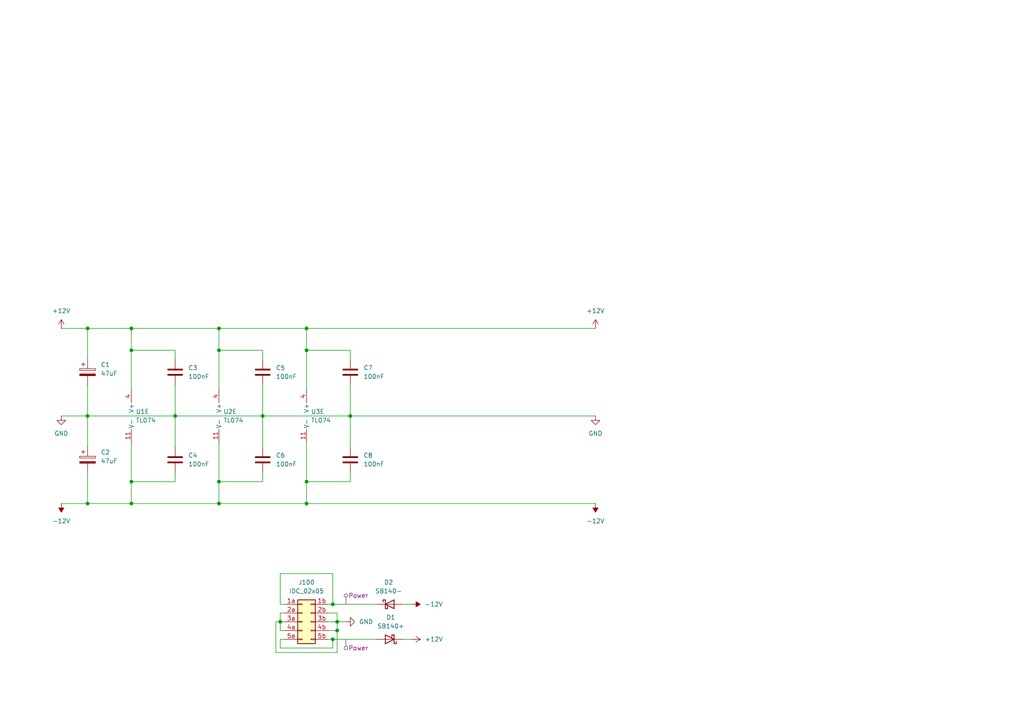
<source format=kicad_sch>
(kicad_sch (version 20250114) (generator "eeschema") (generator_version "9.0")
  (paper "A4")
  (title_block (title "Power Distribution") (company "DMH Instruments") (comment 1 "PCB for 5 cm Kosmo format synthesizer module"))
  (lib_symbols
    (symbol "Amplifier_Operational:TL074" (pin_names (offset 0.127))
      (property "Reference" "U" (at 0 5.08 0))
      (property "Value" "TL074" (at 0 -5.08 0))
      (symbol "TL074_1_1"
        (polyline (pts (xy -5.08 5.08) (xy 5.08 0) (xy -5.08 -5.08) (xy -5.08 5.08)) (stroke (width 0.254)) (fill (type background)))
        (pin input line (at -7.62 2.54 0) (length 2.54) (name "+") (number "3"))
        (pin input line (at -7.62 -2.54 0) (length 2.54) (name "-") (number "2"))
        (pin output line (at 7.62 0 180) (length 2.54) (name "~") (number "1"))
      )
      (symbol "TL074_2_1"
        (polyline (pts (xy -5.08 5.08) (xy 5.08 0) (xy -5.08 -5.08) (xy -5.08 5.08)) (stroke (width 0.254)) (fill (type background)))
        (pin input line (at -7.62 2.54 0) (length 2.54) (name "+") (number "5"))
        (pin input line (at -7.62 -2.54 0) (length 2.54) (name "-") (number "6"))
        (pin output line (at 7.62 0 180) (length 2.54) (name "~") (number "7"))
      )
      (symbol "TL074_3_1"
        (polyline (pts (xy -5.08 5.08) (xy 5.08 0) (xy -5.08 -5.08) (xy -5.08 5.08)) (stroke (width 0.254)) (fill (type background)))
        (pin input line (at -7.62 2.54 0) (length 2.54) (name "+") (number "10"))
        (pin input line (at -7.62 -2.54 0) (length 2.54) (name "-") (number "9"))
        (pin output line (at 7.62 0 180) (length 2.54) (name "~") (number "8"))
      )
      (symbol "TL074_4_1"
        (polyline (pts (xy -5.08 5.08) (xy 5.08 0) (xy -5.08 -5.08) (xy -5.08 5.08)) (stroke (width 0.254)) (fill (type background)))
        (pin input line (at -7.62 2.54 0) (length 2.54) (name "+") (number "12"))
        (pin input line (at -7.62 -2.54 0) (length 2.54) (name "-") (number "13"))
        (pin output line (at 7.62 0 180) (length 2.54) (name "~") (number "14"))
      )
      (symbol "TL074_5_1"
        (pin power_in line (at -2.54 7.62 270) (length 3.81) (name "V+") (number "4"))
        (pin power_in line (at -2.54 -7.62 90) (length 3.81) (name "V-") (number "11"))
      )
    )
    (symbol "Device:C" (pin_numbers (hide yes)) (pin_names (offset 0.254))
      (property "Reference" "C" (at 0.635 2.54 0))
      (property "Value" "C" (at 0.635 -2.54 0))
      (symbol "C_0_1"
        (polyline (pts (xy -2.032 0.762) (xy 2.032 0.762)) (stroke (width 0.508)))
        (polyline (pts (xy -2.032 -0.762) (xy 2.032 -0.762)) (stroke (width 0.508)))
      )
      (symbol "C_1_1"
        (pin passive line (at 0 3.81 270) (length 2.794) (name "~") (number "1"))
        (pin passive line (at 0 -3.81 90) (length 2.794) (name "~") (number "2"))
      )
    )
    (symbol "Device:C_Polarized" (pin_numbers (hide yes)) (pin_names (offset 0.254))
      (property "Reference" "C" (at 0.635 2.54 0))
      (property "Value" "C_Polarized" (at 0.635 -2.54 0))
      (symbol "C_Polarized_0_1"
        (rectangle (start -2.286 0.508) (end 2.286 1.016))
        (polyline (pts (xy -1.778 2.286) (xy -0.762 2.286)))
        (polyline (pts (xy -1.27 2.794) (xy -1.27 1.778)))
        (rectangle (start 2.286 -0.508) (end -2.286 -1.016) (fill (type outline)))
      )
      (symbol "C_Polarized_1_1"
        (pin passive line (at 0 3.81 270) (length 2.794) (name "~") (number "1"))
        (pin passive line (at 0 -3.81 90) (length 2.794) (name "~") (number "2"))
      )
    )
    (symbol "SynthStuff:Eurorack_Power_Connector_10Pin" (pin_names (offset 1.016) (hide yes))
      (property "Reference" "J" (at 0 -10.922 0))
      (property "Value" "IDC_02x05" (at 0 -8.382 0))
      (symbol "Eurorack_Power_Connector_10Pin_1_1"
        (rectangle (start -2.54 6.35) (end 2.54 -6.35) (stroke (width 0.254)) (fill (type background)))
        (rectangle (start -2.54 5.207) (end -1.27 4.953) (stroke (width 0.1524)))
        (rectangle (start -2.54 2.667) (end -1.27 2.413) (stroke (width 0.1524)))
        (rectangle (start -2.54 0.127) (end -1.27 -0.127) (stroke (width 0.1524)))
        (rectangle (start -2.54 -2.413) (end -1.27 -2.667) (stroke (width 0.1524)))
        (rectangle (start -2.54 -4.953) (end -1.27 -5.207) (stroke (width 0.1524)))
        (rectangle (start 2.54 5.207) (end 1.27 4.953) (stroke (width 0.1524)))
        (rectangle (start 2.54 2.667) (end 1.27 2.413) (stroke (width 0.1524)))
        (rectangle (start 2.54 0.127) (end 1.27 -0.127) (stroke (width 0.1524)))
        (rectangle (start 2.54 -2.413) (end 1.27 -2.667) (stroke (width 0.1524)))
        (rectangle (start 2.54 -4.953) (end 1.27 -5.207) (stroke (width 0.1524)))
        (pin power_out line (at -6.35 5.08 0) (length 3.81) (name "Pin_1a") (number "1a"))
        (pin power_out line (at -6.35 2.54 0) (length 3.81) (name "Pin_2a") (number "2a"))
        (pin passive line (at -6.35 0 0) (length 3.81) (name "Pin_3a") (number "3a"))
        (pin passive line (at -6.35 -2.54 0) (length 3.81) (name "Pin_4a") (number "4a"))
        (pin power_out line (at -6.35 -5.08 0) (length 3.81) (name "Pin_5a") (number "5a"))
        (pin passive line (at 6.35 5.08 180) (length 3.81) (name "Pin_1b") (number "1b"))
        (pin passive line (at 6.35 2.54 180) (length 3.81) (name "Pin_2b") (number "2b"))
        (pin passive line (at 6.35 0 180) (length 3.81) (name "Pin_3b") (number "3b"))
        (pin passive line (at 6.35 -2.54 180) (length 3.81) (name "Pin_4b") (number "4b"))
        (pin passive line (at 6.35 -5.08 180) (length 3.81) (name "Pin_5b") (number "5b"))
      )
    )
    (symbol "SynthStuff:Power_Bus_Schotty_+" (pin_numbers (hide yes)) (pin_names (offset 1.016) (hide yes))
      (property "Reference" "D" (at 0 2.54 0))
      (property "Value" "SB140+" (at 0 -2.54 0))
      (symbol "Power_Bus_Schotty_+_0_1"
        (polyline (pts (xy -1.905 0.635) (xy -1.905 1.27) (xy -1.27 1.27) (xy -1.27 -1.27) (xy -0.635 -1.27) (xy -0.635 -0.635)) (stroke (width 0.254)))
        (polyline (pts (xy 1.27 1.27) (xy 1.27 -1.27) (xy -1.27 0) (xy 1.27 1.27)) (stroke (width 0.254)))
        (polyline (pts (xy 1.27 0) (xy -1.27 0)))
      )
      (symbol "Power_Bus_Schotty_+_1_1"
        (pin power_out line (at -3.81 0 0) (length 2.54) (name "K") (number "1"))
        (pin power_in line (at 3.81 0 180) (length 2.54) (name "A") (number "2"))
      )
    )
    (symbol "SynthStuff:Power_Bus_Schotty_-" (pin_numbers (hide yes)) (pin_names (offset 1.016) (hide yes))
      (property "Reference" "D" (at 0 2.54 0))
      (property "Value" "SB140-" (at 0 -2.54 0))
      (symbol "Power_Bus_Schotty_-_0_1"
        (polyline (pts (xy -1.905 0.635) (xy -1.905 1.27) (xy -1.27 1.27) (xy -1.27 -1.27) (xy -0.635 -1.27) (xy -0.635 -0.635)) (stroke (width 0.254)))
        (polyline (pts (xy 1.27 1.27) (xy 1.27 -1.27) (xy -1.27 0) (xy 1.27 1.27)) (stroke (width 0.254)))
        (polyline (pts (xy 1.27 0) (xy -1.27 0)))
      )
      (symbol "Power_Bus_Schotty_-_1_1"
        (pin power_in line (at -3.81 0 0) (length 2.54) (name "K") (number "1"))
        (pin power_out line (at 3.81 0 180) (length 2.54) (name "A") (number "2"))
      )
    )
    (symbol "power:+12V" (power) (pin_numbers (hide yes)) (pin_names (offset 0) (hide yes))
      (property "Value" "+12V" (at 0 3.556 0))
      (symbol "+12V_0_1"
        (polyline (pts (xy -0.762 1.27) (xy 0 2.54)))
        (polyline (pts (xy 0 2.54) (xy 0.762 1.27)))
        (polyline (pts (xy 0 0) (xy 0 2.54)))
      )
      (symbol "+12V_1_1"
        (pin power_in line (at 0 0 90) (length 0) (name "~") (number "1"))
      )
    )
    (symbol "power:-12V" (power) (pin_numbers (hide yes)) (pin_names (offset 0) (hide yes))
      (property "Value" "-12V" (at 0 3.556 0))
      (symbol "-12V_0_0"
        (pin power_in line (at 0 0 90) (length 0) (name "~") (number "1"))
      )
      (symbol "-12V_0_1"
        (polyline (pts (xy 0 0) (xy 0 1.27) (xy 0.762 1.27) (xy 0 2.54) (xy -0.762 1.27) (xy 0 1.27)) (fill (type outline)))
      )
    )
    (symbol "power:GND" (power) (pin_numbers (hide yes)) (pin_names (offset 0) (hide yes))
      (property "Value" "GND" (at 0 -3.81 0))
      (symbol "GND_0_1"
        (polyline (pts (xy 0 0) (xy 0 -1.27) (xy 1.27 -1.27) (xy 0 -2.54) (xy -1.27 -1.27) (xy 0 -1.27)))
      )
      (symbol "GND_1_1"
        (pin power_in line (at 0 0 270) (length 0) (name "~") (number "1"))
      )
    )
  )
  (junction (at 88.9 101.6))
  (junction (at 81.28 180.34))
  (junction (at 63.5 146.05))
  (junction (at 97.79 180.34))
  (junction (at 88.9 139.7))
  (junction (at 88.9 146.05))
  (junction (at 88.9 95.25))
  (junction (at 25.4 120.65))
  (junction (at 38.1 95.25))
  (junction (at 38.1 139.7))
  (junction (at 96.52 175.26))
  (junction (at 76.2 120.65))
  (junction (at 97.79 182.88))
  (junction (at 25.4 146.05))
  (junction (at 38.1 101.6))
  (junction (at 96.52 185.42))
  (junction (at 50.8 120.65))
  (junction (at 63.5 101.6))
  (junction (at 101.6 120.65))
  (junction (at 25.4 95.25))
  (junction (at 63.5 95.25))
  (junction (at 38.1 146.05))
  (junction (at 63.5 139.7))
  (wire (pts (xy 96.52 175.26) (xy 109.22 175.26)))
  (wire (pts (xy 81.28 166.37) (xy 96.52 166.37)))
  (wire (pts (xy 76.2 111.76) (xy 76.2 120.65)))
  (wire (pts (xy 88.9 128.27) (xy 88.9 139.7)))
  (wire (pts (xy 38.1 101.6) (xy 38.1 113.03)))
  (wire (pts (xy 81.28 180.34) (xy 80.01 180.34)))
  (wire (pts (xy 63.5 101.6) (xy 63.5 113.03)))
  (wire (pts (xy 38.1 95.25) (xy 38.1 101.6)))
  (wire (pts (xy 50.8 137.16) (xy 50.8 139.7)))
  (wire (pts (xy 95.25 185.42) (xy 96.52 185.42)))
  (wire (pts (xy 17.78 120.65) (xy 25.4 120.65)))
  (wire (pts (xy 101.6 120.65) (xy 172.72 120.65)))
  (wire (pts (xy 81.28 177.8) (xy 82.55 177.8)))
  (wire (pts (xy 95.25 180.34) (xy 97.79 180.34)))
  (wire (pts (xy 97.79 189.23) (xy 97.79 182.88)))
  (wire (pts (xy 116.84 185.42) (xy 119.38 185.42)))
  (wire (pts (xy 25.4 146.05) (xy 38.1 146.05)))
  (wire (pts (xy 101.6 111.76) (xy 101.6 120.65)))
  (wire (pts (xy 82.55 182.88) (xy 81.28 182.88)))
  (wire (pts (xy 81.28 175.26) (xy 81.28 166.37)))
  (wire (pts (xy 25.4 95.25) (xy 25.4 104.14)))
  (wire (pts (xy 50.8 139.7) (xy 38.1 139.7)))
  (wire (pts (xy 76.2 120.65) (xy 101.6 120.65)))
  (wire (pts (xy 50.8 120.65) (xy 76.2 120.65)))
  (wire (pts (xy 96.52 166.37) (xy 96.52 175.26)))
  (wire (pts (xy 88.9 146.05) (xy 172.72 146.05)))
  (wire (pts (xy 17.78 95.25) (xy 25.4 95.25)))
  (wire (pts (xy 76.2 139.7) (xy 63.5 139.7)))
  (wire (pts (xy 25.4 95.25) (xy 38.1 95.25)))
  (wire (pts (xy 81.28 182.88) (xy 81.28 180.34)))
  (wire (pts (xy 63.5 146.05) (xy 88.9 146.05)))
  (wire (pts (xy 82.55 175.26) (xy 81.28 175.26)))
  (wire (pts (xy 97.79 177.8) (xy 97.79 180.34)))
  (wire (pts (xy 101.6 139.7) (xy 88.9 139.7)))
  (wire (pts (xy 25.4 111.76) (xy 25.4 120.65)))
  (wire (pts (xy 50.8 104.14) (xy 50.8 101.6)))
  (wire (pts (xy 88.9 101.6) (xy 101.6 101.6)))
  (wire (pts (xy 82.55 185.42) (xy 81.28 185.42)))
  (wire (pts (xy 116.84 175.26) (xy 119.38 175.26)))
  (wire (pts (xy 38.1 146.05) (xy 63.5 146.05)))
  (wire (pts (xy 25.4 120.65) (xy 25.4 129.54)))
  (wire (pts (xy 63.5 95.25) (xy 63.5 101.6)))
  (wire (pts (xy 81.28 185.42) (xy 81.28 187.96)))
  (wire (pts (xy 95.25 182.88) (xy 97.79 182.88)))
  (wire (pts (xy 95.25 177.8) (xy 97.79 177.8)))
  (wire (pts (xy 101.6 120.65) (xy 101.6 129.54)))
  (wire (pts (xy 88.9 95.25) (xy 172.72 95.25)))
  (wire (pts (xy 81.28 180.34) (xy 82.55 180.34)))
  (wire (pts (xy 101.6 137.16) (xy 101.6 139.7)))
  (wire (pts (xy 81.28 187.96) (xy 96.52 187.96)))
  (wire (pts (xy 97.79 180.34) (xy 100.33 180.34)))
  (wire (pts (xy 38.1 128.27) (xy 38.1 139.7)))
  (wire (pts (xy 50.8 111.76) (xy 50.8 120.65)))
  (wire (pts (xy 88.9 95.25) (xy 88.9 101.6)))
  (wire (pts (xy 101.6 104.14) (xy 101.6 101.6)))
  (wire (pts (xy 63.5 95.25) (xy 88.9 95.25)))
  (wire (pts (xy 88.9 139.7) (xy 88.9 146.05)))
  (wire (pts (xy 80.01 189.23) (xy 97.79 189.23)))
  (wire (pts (xy 76.2 120.65) (xy 76.2 129.54)))
  (wire (pts (xy 38.1 95.25) (xy 63.5 95.25)))
  (wire (pts (xy 63.5 128.27) (xy 63.5 139.7)))
  (wire (pts (xy 80.01 180.34) (xy 80.01 189.23)))
  (wire (pts (xy 25.4 137.16) (xy 25.4 146.05)))
  (wire (pts (xy 38.1 101.6) (xy 50.8 101.6)))
  (wire (pts (xy 96.52 187.96) (xy 96.52 185.42)))
  (wire (pts (xy 76.2 104.14) (xy 76.2 101.6)))
  (wire (pts (xy 97.79 182.88) (xy 97.79 180.34)))
  (wire (pts (xy 88.9 101.6) (xy 88.9 113.03)))
  (wire (pts (xy 63.5 101.6) (xy 76.2 101.6)))
  (wire (pts (xy 17.78 146.05) (xy 25.4 146.05)))
  (wire (pts (xy 81.28 180.34) (xy 81.28 177.8)))
  (wire (pts (xy 95.25 175.26) (xy 96.52 175.26)))
  (wire (pts (xy 63.5 139.7) (xy 63.5 146.05)))
  (wire (pts (xy 38.1 139.7) (xy 38.1 146.05)))
  (wire (pts (xy 96.52 185.42) (xy 109.22 185.42)))
  (wire (pts (xy 76.2 137.16) (xy 76.2 139.7)))
  (wire (pts (xy 50.8 120.65) (xy 50.8 129.54)))
  (wire (pts (xy 25.4 120.65) (xy 50.8 120.65)))
  (netclass_flag "" (length 2.54) (shape round) (at 100.33 185.42 180) (property "Netclass" "Power" (at 101.0285 187.96 0) (effects (justify left))))
  (netclass_flag "" (length 2.54) (shape round) (at 100.33 175.26 0) (property "Netclass" "Power" (at 101.0285 172.72 0) (effects (justify left))))
  (symbol (lib_id "Device:C") (at 50.8 107.95 0) (unit 1)
    (property "Reference" "C3" (at 54.61 106.6799 0) (effects (justify left)))
    (property "Value" "100nF" (at 54.61 109.2199 0) (effects (justify left)))
    (property "Footprint" "Capacitor_THT:C_Disc_D4.3mm_W1.9mm_P5.00mm" (effects (hide yes)))
    (property "Description" "Unpolarized capacitor" (effects (hide yes)))
  )
  (symbol (lib_id "Amplifier_Operational:TL074") (at 66.04 120.65 0) (unit 5)
    (property "Reference" "U2" (at 64.77 119.3799 0) (effects (justify left)))
    (property "Value" "TL074" (at 64.77 121.9199 0) (effects (justify left)))
    (property "Footprint" "Package_DIP:DIP-14_W7.62mm_Socket" (effects (hide yes)))
    (property "Datasheet" "http://www.ti.com/lit/ds/symlink/tl071.pdf" (effects (hide yes)))
    (property "Description" "Quad Low-Noise JFET-Input Operational Amplifiers, DIP-14/SOIC-14" (effects (hide yes)))
  )
  (symbol (lib_id "Device:C_Polarized") (at 25.4 133.35 0) (unit 1)
    (property "Reference" "C2" (at 29.21 131.1909 0) (effects (justify left)))
    (property "Value" "47uF" (at 29.21 133.7309 0) (effects (justify left)))
    (property "Footprint" "Capacitor_THT:CP_Radial_D5.0mm_P2.00mm" (effects (hide yes)))
    (property "Description" "Polarized capacitor" (effects (hide yes)))
  )
  (symbol (lib_id "power:+12V") (at 17.78 95.25 0) (unit 1)
    (property "Reference" "#PWR013" (effects (hide yes)))
    (property "Value" "+12V" (at 17.78 90.17 0))
    (property "Description" "Power symbol creates a global label with name \"+12V\"" (effects (hide yes)))
  )
  (symbol (lib_id "power:-12V") (at 119.38 175.26 270) (unit 1)
    (property "Reference" "#PWR05" (effects (hide yes)))
    (property "Value" "-12V" (at 123.19 175.2599 90) (effects (justify left)))
    (property "Description" "Power symbol creates a global label with name \"-12V\"" (effects (hide yes)))
  )
  (symbol (lib_id "power:-12V") (at 17.78 146.05 180) (unit 1)
    (property "Reference" "#PWR017" (effects (hide yes)))
    (property "Value" "-12V" (at 17.78 151.13 0))
    (property "Description" "Power symbol creates a global label with name \"-12V\"" (effects (hide yes)))
  )
  (symbol (lib_id "SynthStuff:Eurorack_Power_Connector_10Pin") (at 88.9 180.34 0) (unit 1)
    (property "Reference" "J100" (at 88.9 168.91 0))
    (property "Value" "IDC_02x05" (at 88.9 171.45 0))
    (property "Footprint" "SynthStuff:IDC-Header_2x05_P2.54mm_Vertical_Eurorack" (effects (hide yes)))
    (property "Description" "IDC jack, 2x5 pins, row a carries same signals as row b." (effects (hide yes)))
  )
  (symbol (lib_id "Device:C") (at 50.8 133.35 0) (unit 1)
    (property "Reference" "C4" (at 54.61 132.0799 0) (effects (justify left)))
    (property "Value" "100nF" (at 54.61 134.6199 0) (effects (justify left)))
    (property "Footprint" "Capacitor_THT:C_Disc_D4.3mm_W1.9mm_P5.00mm" (effects (hide yes)))
    (property "Description" "Unpolarized capacitor" (effects (hide yes)))
  )
  (symbol (lib_id "power:GND") (at 17.78 120.65 0) (unit 1)
    (property "Reference" "#PWR015" (effects (hide yes)))
    (property "Value" "GND" (at 17.78 125.73 0))
    (property "Description" "Power symbol creates a global label with name \"GND\" , ground" (effects (hide yes)))
  )
  (symbol (lib_id "Amplifier_Operational:TL074") (at 40.64 120.65 0) (unit 5)
    (property "Reference" "U1" (at 39.37 119.3799 0) (effects (justify left)))
    (property "Value" "TL074" (at 39.37 121.9199 0) (effects (justify left)))
    (property "Footprint" "Package_DIP:DIP-14_W7.62mm_Socket" (effects (hide yes)))
    (property "Datasheet" "http://www.ti.com/lit/ds/symlink/tl071.pdf" (effects (hide yes)))
    (property "Description" "Quad Low-Noise JFET-Input Operational Amplifiers, DIP-14/SOIC-14" (effects (hide yes)))
  )
  (symbol (lib_id "power:+12V") (at 172.72 95.25 0) (unit 1)
    (property "Reference" "#PWR014" (effects (hide yes)))
    (property "Value" "+12V" (at 172.72 90.17 0))
    (property "Description" "Power symbol creates a global label with name \"+12V\"" (effects (hide yes)))
  )
  (symbol (lib_id "power:GND") (at 172.72 120.65 0) (unit 1)
    (property "Reference" "#PWR016" (effects (hide yes)))
    (property "Value" "GND" (at 172.72 125.73 0))
    (property "Description" "Power symbol creates a global label with name \"GND\" , ground" (effects (hide yes)))
  )
  (symbol (lib_id "SynthStuff:Power_Bus_Schotty_+") (at 113.03 185.42 180) (unit 1)
    (property "Reference" "D1" (at 113.3475 179.07 0))
    (property "Value" "SB140+" (at 113.3475 181.61 0))
    (property "Footprint" "Diode_THT:D_DO-41_SOD81_P10.16mm_Horizontal" (effects (hide yes)))
    (property "Datasheet" "http://www.diodes.com/_files/datasheets/ds23022.pdf" (effects (hide yes)))
    (property "Description" "40V 1A Schottky Barrier Rectifier Diode, DO-41" (effects (hide yes)))
  )
  (symbol (lib_id "Device:C") (at 76.2 133.35 0) (unit 1)
    (property "Reference" "C6" (at 80.01 132.0799 0) (effects (justify left)))
    (property "Value" "100nF" (at 80.01 134.6199 0) (effects (justify left)))
    (property "Footprint" "Capacitor_THT:C_Disc_D4.3mm_W1.9mm_P5.00mm" (effects (hide yes)))
    (property "Description" "Unpolarized capacitor" (effects (hide yes)))
  )
  (symbol (lib_id "Device:C") (at 76.2 107.95 0) (unit 1)
    (property "Reference" "C5" (at 80.01 106.6799 0) (effects (justify left)))
    (property "Value" "100nF" (at 80.01 109.2199 0) (effects (justify left)))
    (property "Footprint" "Capacitor_THT:C_Disc_D4.3mm_W1.9mm_P5.00mm" (effects (hide yes)))
    (property "Description" "Unpolarized capacitor" (effects (hide yes)))
  )
  (symbol (lib_id "Amplifier_Operational:TL074") (at 91.44 120.65 0) (unit 5)
    (property "Reference" "U3" (at 90.17 119.3799 0) (effects (justify left)))
    (property "Value" "TL074" (at 90.17 121.9199 0) (effects (justify left)))
    (property "Footprint" "Package_DIP:DIP-14_W7.62mm_Socket" (effects (hide yes)))
    (property "Datasheet" "http://www.ti.com/lit/ds/symlink/tl071.pdf" (effects (hide yes)))
    (property "Description" "Quad Low-Noise JFET-Input Operational Amplifiers, DIP-14/SOIC-14" (effects (hide yes)))
  )
  (symbol (lib_id "power:+12V") (at 119.38 185.42 270) (unit 1)
    (property "Reference" "#PWR06" (effects (hide yes)))
    (property "Value" "+12V" (at 123.19 185.4199 90) (effects (justify left)))
    (property "Description" "Power symbol creates a global label with name \"+12V\"" (effects (hide yes)))
  )
  (symbol (lib_id "Device:C") (at 101.6 107.95 0) (unit 1)
    (property "Reference" "C7" (at 105.41 106.6799 0) (effects (justify left)))
    (property "Value" "100nF" (at 105.41 109.2199 0) (effects (justify left)))
    (property "Footprint" "Capacitor_THT:C_Disc_D4.3mm_W1.9mm_P5.00mm" (effects (hide yes)))
    (property "Description" "Unpolarized capacitor" (effects (hide yes)))
  )
  (symbol (lib_id "Device:C_Polarized") (at 25.4 107.95 0) (unit 1)
    (property "Reference" "C1" (at 29.21 105.7909 0) (effects (justify left)))
    (property "Value" "47uF" (at 29.21 108.3309 0) (effects (justify left)))
    (property "Footprint" "Capacitor_THT:CP_Radial_D5.0mm_P2.00mm" (effects (hide yes)))
    (property "Description" "Polarized capacitor" (effects (hide yes)))
  )
  (symbol (lib_id "Device:C") (at 101.6 133.35 0) (unit 1)
    (property "Reference" "C8" (at 105.41 132.0799 0) (effects (justify left)))
    (property "Value" "100nF" (at 105.41 134.6199 0) (effects (justify left)))
    (property "Footprint" "Capacitor_THT:C_Disc_D4.3mm_W1.9mm_P5.00mm" (effects (hide yes)))
    (property "Description" "Unpolarized capacitor" (effects (hide yes)))
  )
  (symbol (lib_id "power:-12V") (at 172.72 146.05 180) (unit 1)
    (property "Reference" "#PWR018" (effects (hide yes)))
    (property "Value" "-12V" (at 172.72 151.13 0))
    (property "Description" "Power symbol creates a global label with name \"-12V\"" (effects (hide yes)))
  )
  (symbol (lib_id "SynthStuff:Power_Bus_Schotty_-") (at 113.03 175.26 0) (unit 1)
    (property "Reference" "D2" (at 112.7125 168.91 0))
    (property "Value" "SB140-" (at 112.7125 171.45 0))
    (property "Footprint" "Diode_THT:D_DO-41_SOD81_P10.16mm_Horizontal" (effects (hide yes)))
    (property "Datasheet" "http://www.diodes.com/_files/datasheets/ds23022.pdf" (effects (hide yes)))
    (property "Description" "40V 1A Schottky Barrier Rectifier Diode, DO-41" (effects (hide yes)))
  )
  (symbol (lib_id "power:GND") (at 100.33 180.34 90) (unit 1)
    (property "Reference" "#PWR07" (effects (hide yes)))
    (property "Value" "GND" (at 104.14 180.3399 90) (effects (justify right)))
    (property "Description" "Power symbol creates a global label with name \"GND\" , ground" (effects (hide yes)))
  )
)
</source>
